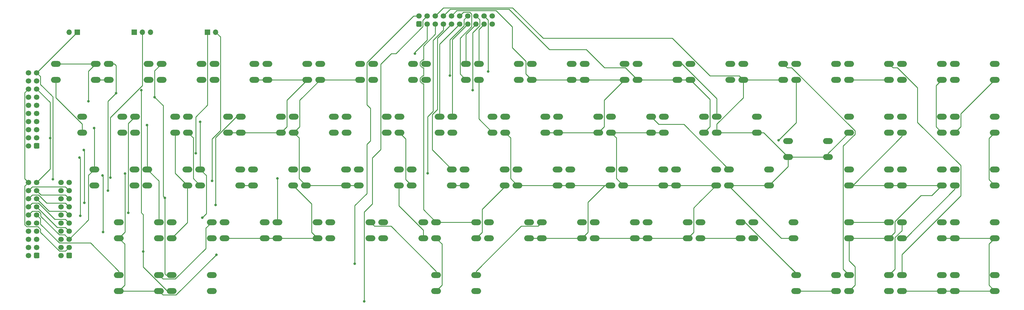
<source format=gbl>
G04 #@! TF.GenerationSoftware,KiCad,Pcbnew,(5.1.12)-1*
G04 #@! TF.CreationDate,2024-09-28T15:58:51+01:00*
G04 #@! TF.ProjectId,Keyboard,4b657962-6f61-4726-942e-6b696361645f,rev?*
G04 #@! TF.SameCoordinates,Original*
G04 #@! TF.FileFunction,Copper,L2,Bot*
G04 #@! TF.FilePolarity,Positive*
%FSLAX46Y46*%
G04 Gerber Fmt 4.6, Leading zero omitted, Abs format (unit mm)*
G04 Created by KiCad (PCBNEW (5.1.12)-1) date 2024-09-28 15:58:51*
%MOMM*%
%LPD*%
G01*
G04 APERTURE LIST*
G04 #@! TA.AperFunction,ComponentPad*
%ADD10O,3.048000X1.850000*%
G04 #@! TD*
G04 #@! TA.AperFunction,ComponentPad*
%ADD11C,1.700000*%
G04 #@! TD*
G04 #@! TA.AperFunction,ComponentPad*
%ADD12O,1.700000X1.700000*%
G04 #@! TD*
G04 #@! TA.AperFunction,ComponentPad*
%ADD13R,1.700000X1.700000*%
G04 #@! TD*
G04 #@! TA.AperFunction,ViaPad*
%ADD14C,0.800000*%
G04 #@! TD*
G04 #@! TA.AperFunction,Conductor*
%ADD15C,0.250000*%
G04 #@! TD*
G04 APERTURE END LIST*
D10*
G04 #@! TO.P,SW59,2*
G04 #@! TO.N,Y8*
X108204000Y-110156000D03*
G04 #@! TO.P,SW59,1*
G04 #@! TO.N,X4*
X108204000Y-105156000D03*
G04 #@! TO.P,SW59,2*
G04 #@! TO.N,Y8*
X120704000Y-110156000D03*
G04 #@! TO.P,SW59,1*
G04 #@! TO.N,X4*
X120704000Y-105156000D03*
G04 #@! TD*
G04 #@! TO.P,SW22,2*
G04 #@! TO.N,Y3*
X268224000Y-143176000D03*
G04 #@! TO.P,SW22,1*
G04 #@! TO.N,X7*
X268224000Y-138176000D03*
G04 #@! TO.P,SW22,2*
G04 #@! TO.N,Y3*
X280724000Y-143176000D03*
G04 #@! TO.P,SW22,1*
G04 #@! TO.N,X7*
X280724000Y-138176000D03*
G04 #@! TD*
G04 #@! TO.P,SW121,2*
G04 #@! TO.N,Y3*
X284734000Y-143176000D03*
G04 #@! TO.P,SW121,1*
G04 #@! TO.N,X6*
X284734000Y-138176000D03*
G04 #@! TO.P,SW121,2*
G04 #@! TO.N,Y3*
X297234000Y-143176000D03*
G04 #@! TO.P,SW121,1*
G04 #@! TO.N,X6*
X297234000Y-138176000D03*
G04 #@! TD*
G04 #@! TO.P,SW79,2*
G04 #@! TO.N,Y10*
X298069000Y-93646000D03*
G04 #@! TO.P,SW79,1*
G04 #@! TO.N,X9*
X298069000Y-88646000D03*
G04 #@! TO.P,SW79,2*
G04 #@! TO.N,Y10*
X310569000Y-93646000D03*
G04 #@! TO.P,SW79,1*
G04 #@! TO.N,X9*
X310569000Y-88646000D03*
G04 #@! TD*
G04 #@! TO.P,SW71,2*
G04 #@! TO.N,Y9*
X103124000Y-143176000D03*
G04 #@! TO.P,SW71,1*
G04 #@! TO.N,X8*
X103124000Y-138176000D03*
G04 #@! TO.P,SW71,2*
G04 #@! TO.N,Y9*
X115624000Y-143176000D03*
G04 #@! TO.P,SW71,1*
G04 #@! TO.N,X8*
X115624000Y-138176000D03*
G04 #@! TD*
G04 #@! TO.P,SW70,2*
G04 #@! TO.N,Y9*
X78994000Y-126666000D03*
G04 #@! TO.P,SW70,1*
G04 #@! TO.N,X7*
X78994000Y-121666000D03*
G04 #@! TO.P,SW70,2*
G04 #@! TO.N,Y9*
X91494000Y-126666000D03*
G04 #@! TO.P,SW70,1*
G04 #@! TO.N,X7*
X91494000Y-121666000D03*
G04 #@! TD*
G04 #@! TO.P,SW69,2*
G04 #@! TO.N,Y9*
X95504000Y-126666000D03*
G04 #@! TO.P,SW69,1*
G04 #@! TO.N,X6*
X95504000Y-121666000D03*
G04 #@! TO.P,SW69,2*
G04 #@! TO.N,Y9*
X108004000Y-126666000D03*
G04 #@! TO.P,SW69,1*
G04 #@! TO.N,X6*
X108004000Y-121666000D03*
G04 #@! TD*
G04 #@! TO.P,SW68,2*
G04 #@! TO.N,Y9*
X75184000Y-110156000D03*
G04 #@! TO.P,SW68,1*
G04 #@! TO.N,X5*
X75184000Y-105156000D03*
G04 #@! TO.P,SW68,2*
G04 #@! TO.N,Y9*
X87684000Y-110156000D03*
G04 #@! TO.P,SW68,1*
G04 #@! TO.N,X5*
X87684000Y-105156000D03*
G04 #@! TD*
G04 #@! TO.P,SW67,2*
G04 #@! TO.N,Y9*
X91694000Y-110156000D03*
G04 #@! TO.P,SW67,1*
G04 #@! TO.N,X4*
X91694000Y-105156000D03*
G04 #@! TO.P,SW67,2*
G04 #@! TO.N,Y9*
X104194000Y-110156000D03*
G04 #@! TO.P,SW67,1*
G04 #@! TO.N,X4*
X104194000Y-105156000D03*
G04 #@! TD*
G04 #@! TO.P,SW66,2*
G04 #@! TO.N,Y9*
X66929000Y-93646000D03*
G04 #@! TO.P,SW66,1*
G04 #@! TO.N,X3*
X66929000Y-88646000D03*
G04 #@! TO.P,SW66,2*
G04 #@! TO.N,Y9*
X79429000Y-93646000D03*
G04 #@! TO.P,SW66,1*
G04 #@! TO.N,X3*
X79429000Y-88646000D03*
G04 #@! TD*
G04 #@! TO.P,SW65,2*
G04 #@! TO.N,Y9*
X99949000Y-93646000D03*
G04 #@! TO.P,SW65,1*
G04 #@! TO.N,X2*
X99949000Y-88646000D03*
G04 #@! TO.P,SW65,2*
G04 #@! TO.N,Y9*
X112449000Y-93646000D03*
G04 #@! TO.P,SW65,1*
G04 #@! TO.N,X2*
X112449000Y-88646000D03*
G04 #@! TD*
G04 #@! TO.P,SW64,2*
G04 #@! TO.N,Y9*
X83439000Y-93646000D03*
G04 #@! TO.P,SW64,1*
G04 #@! TO.N,X1*
X83439000Y-88646000D03*
G04 #@! TO.P,SW64,2*
G04 #@! TO.N,Y9*
X95939000Y-93646000D03*
G04 #@! TO.P,SW64,1*
G04 #@! TO.N,X1*
X95939000Y-88646000D03*
G04 #@! TD*
G04 #@! TO.P,SW63,2*
G04 #@! TO.N,Y8*
X119634000Y-143176000D03*
G04 #@! TO.P,SW63,1*
G04 #@! TO.N,X8*
X119634000Y-138176000D03*
G04 #@! TO.P,SW63,2*
G04 #@! TO.N,Y8*
X132134000Y-143176000D03*
G04 #@! TO.P,SW63,1*
G04 #@! TO.N,X8*
X132134000Y-138176000D03*
G04 #@! TD*
G04 #@! TO.P,SW62,2*
G04 #@! TO.N,Y8*
X136144000Y-143176000D03*
G04 #@! TO.P,SW62,1*
G04 #@! TO.N,X7*
X136144000Y-138176000D03*
G04 #@! TO.P,SW62,2*
G04 #@! TO.N,Y8*
X148644000Y-143176000D03*
G04 #@! TO.P,SW62,1*
G04 #@! TO.N,X7*
X148644000Y-138176000D03*
G04 #@! TD*
G04 #@! TO.P,SW61,2*
G04 #@! TO.N,Y8*
X128524000Y-126666000D03*
G04 #@! TO.P,SW61,1*
G04 #@! TO.N,X6*
X128524000Y-121666000D03*
G04 #@! TO.P,SW61,2*
G04 #@! TO.N,Y8*
X141024000Y-126666000D03*
G04 #@! TO.P,SW61,1*
G04 #@! TO.N,X6*
X141024000Y-121666000D03*
G04 #@! TD*
G04 #@! TO.P,SW60,2*
G04 #@! TO.N,Y8*
X112014000Y-126666000D03*
G04 #@! TO.P,SW60,1*
G04 #@! TO.N,X5*
X112014000Y-121666000D03*
G04 #@! TO.P,SW60,2*
G04 #@! TO.N,Y8*
X124514000Y-126666000D03*
G04 #@! TO.P,SW60,1*
G04 #@! TO.N,X5*
X124514000Y-121666000D03*
G04 #@! TD*
G04 #@! TO.P,SW58,2*
G04 #@! TO.N,Y8*
X124714000Y-110156000D03*
G04 #@! TO.P,SW58,1*
G04 #@! TO.N,X3*
X124714000Y-105156000D03*
G04 #@! TO.P,SW58,2*
G04 #@! TO.N,Y8*
X137214000Y-110156000D03*
G04 #@! TO.P,SW58,1*
G04 #@! TO.N,X3*
X137214000Y-105156000D03*
G04 #@! TD*
G04 #@! TO.P,SW57,2*
G04 #@! TO.N,Y8*
X116459000Y-93646000D03*
G04 #@! TO.P,SW57,1*
G04 #@! TO.N,X2*
X116459000Y-88646000D03*
G04 #@! TO.P,SW57,2*
G04 #@! TO.N,Y8*
X128959000Y-93646000D03*
G04 #@! TO.P,SW57,1*
G04 #@! TO.N,X2*
X128959000Y-88646000D03*
G04 #@! TD*
G04 #@! TO.P,SW56,2*
G04 #@! TO.N,Y8*
X132969000Y-93646000D03*
G04 #@! TO.P,SW56,1*
G04 #@! TO.N,X1*
X132969000Y-88646000D03*
G04 #@! TO.P,SW56,2*
G04 #@! TO.N,Y8*
X145469000Y-93646000D03*
G04 #@! TO.P,SW56,1*
G04 #@! TO.N,X1*
X145469000Y-88646000D03*
G04 #@! TD*
G04 #@! TO.P,SW55,2*
G04 #@! TO.N,Y7*
X152654000Y-143176000D03*
G04 #@! TO.P,SW55,1*
G04 #@! TO.N,X8*
X152654000Y-138176000D03*
G04 #@! TO.P,SW55,2*
G04 #@! TO.N,Y7*
X165154000Y-143176000D03*
G04 #@! TO.P,SW55,1*
G04 #@! TO.N,X8*
X165154000Y-138176000D03*
G04 #@! TD*
G04 #@! TO.P,SW54,2*
G04 #@! TO.N,Y7*
X169164000Y-143176000D03*
G04 #@! TO.P,SW54,1*
G04 #@! TO.N,X7*
X169164000Y-138176000D03*
G04 #@! TO.P,SW54,2*
G04 #@! TO.N,Y7*
X181664000Y-143176000D03*
G04 #@! TO.P,SW54,1*
G04 #@! TO.N,X7*
X181664000Y-138176000D03*
G04 #@! TD*
G04 #@! TO.P,SW53,2*
G04 #@! TO.N,Y7*
X145034000Y-126666000D03*
G04 #@! TO.P,SW53,1*
G04 #@! TO.N,X6*
X145034000Y-121666000D03*
G04 #@! TO.P,SW53,2*
G04 #@! TO.N,Y7*
X157534000Y-126666000D03*
G04 #@! TO.P,SW53,1*
G04 #@! TO.N,X6*
X157534000Y-121666000D03*
G04 #@! TD*
G04 #@! TO.P,SW52,2*
G04 #@! TO.N,Y7*
X161544000Y-126666000D03*
G04 #@! TO.P,SW52,1*
G04 #@! TO.N,X5*
X161544000Y-121666000D03*
G04 #@! TO.P,SW52,2*
G04 #@! TO.N,Y7*
X174044000Y-126666000D03*
G04 #@! TO.P,SW52,1*
G04 #@! TO.N,X5*
X174044000Y-121666000D03*
G04 #@! TD*
G04 #@! TO.P,SW51,2*
G04 #@! TO.N,Y7*
X157734000Y-110156000D03*
G04 #@! TO.P,SW51,1*
G04 #@! TO.N,X4*
X157734000Y-105156000D03*
G04 #@! TO.P,SW51,2*
G04 #@! TO.N,Y7*
X170234000Y-110156000D03*
G04 #@! TO.P,SW51,1*
G04 #@! TO.N,X4*
X170234000Y-105156000D03*
G04 #@! TD*
G04 #@! TO.P,SW50,2*
G04 #@! TO.N,Y7*
X141224000Y-110156000D03*
G04 #@! TO.P,SW50,1*
G04 #@! TO.N,X3*
X141224000Y-105156000D03*
G04 #@! TO.P,SW50,2*
G04 #@! TO.N,Y7*
X153724000Y-110156000D03*
G04 #@! TO.P,SW50,1*
G04 #@! TO.N,X3*
X153724000Y-105156000D03*
G04 #@! TD*
G04 #@! TO.P,SW49,2*
G04 #@! TO.N,Y7*
X149479000Y-93646000D03*
G04 #@! TO.P,SW49,1*
G04 #@! TO.N,X2*
X149479000Y-88646000D03*
G04 #@! TO.P,SW49,2*
G04 #@! TO.N,Y7*
X161979000Y-93646000D03*
G04 #@! TO.P,SW49,1*
G04 #@! TO.N,X2*
X161979000Y-88646000D03*
G04 #@! TD*
G04 #@! TO.P,SW48,2*
G04 #@! TO.N,Y7*
X165989000Y-93646000D03*
G04 #@! TO.P,SW48,1*
G04 #@! TO.N,X1*
X165989000Y-88646000D03*
G04 #@! TO.P,SW48,2*
G04 #@! TO.N,Y7*
X178489000Y-93646000D03*
G04 #@! TO.P,SW48,1*
G04 #@! TO.N,X1*
X178489000Y-88646000D03*
G04 #@! TD*
G04 #@! TO.P,SW47,2*
G04 #@! TO.N,Y6*
X185674000Y-159686000D03*
G04 #@! TO.P,SW47,1*
G04 #@! TO.N,X8*
X185674000Y-154686000D03*
G04 #@! TO.P,SW47,2*
G04 #@! TO.N,Y6*
X198174000Y-159686000D03*
G04 #@! TO.P,SW47,1*
G04 #@! TO.N,X8*
X198174000Y-154686000D03*
G04 #@! TD*
G04 #@! TO.P,SW46,2*
G04 #@! TO.N,Y6*
X185674000Y-143176000D03*
G04 #@! TO.P,SW46,1*
G04 #@! TO.N,X7*
X185674000Y-138176000D03*
G04 #@! TO.P,SW46,2*
G04 #@! TO.N,Y6*
X198174000Y-143176000D03*
G04 #@! TO.P,SW46,1*
G04 #@! TO.N,X7*
X198174000Y-138176000D03*
G04 #@! TD*
G04 #@! TO.P,SW45,2*
G04 #@! TO.N,Y6*
X194564000Y-126666000D03*
G04 #@! TO.P,SW45,1*
G04 #@! TO.N,X6*
X194564000Y-121666000D03*
G04 #@! TO.P,SW45,2*
G04 #@! TO.N,Y6*
X207064000Y-126666000D03*
G04 #@! TO.P,SW45,1*
G04 #@! TO.N,X6*
X207064000Y-121666000D03*
G04 #@! TD*
G04 #@! TO.P,SW44,2*
G04 #@! TO.N,Y6*
X178054000Y-126666000D03*
G04 #@! TO.P,SW44,1*
G04 #@! TO.N,X5*
X178054000Y-121666000D03*
G04 #@! TO.P,SW44,2*
G04 #@! TO.N,Y6*
X190554000Y-126666000D03*
G04 #@! TO.P,SW44,1*
G04 #@! TO.N,X5*
X190554000Y-121666000D03*
G04 #@! TD*
G04 #@! TO.P,SW43,2*
G04 #@! TO.N,Y6*
X174244000Y-110156000D03*
G04 #@! TO.P,SW43,1*
G04 #@! TO.N,X4*
X174244000Y-105156000D03*
G04 #@! TO.P,SW43,2*
G04 #@! TO.N,Y6*
X186744000Y-110156000D03*
G04 #@! TO.P,SW43,1*
G04 #@! TO.N,X4*
X186744000Y-105156000D03*
G04 #@! TD*
G04 #@! TO.P,SW42,2*
G04 #@! TO.N,Y6*
X190754000Y-110156000D03*
G04 #@! TO.P,SW42,1*
G04 #@! TO.N,X3*
X190754000Y-105156000D03*
G04 #@! TO.P,SW42,2*
G04 #@! TO.N,Y6*
X203254000Y-110156000D03*
G04 #@! TO.P,SW42,1*
G04 #@! TO.N,X3*
X203254000Y-105156000D03*
G04 #@! TD*
G04 #@! TO.P,SW41,2*
G04 #@! TO.N,Y6*
X182499000Y-93646000D03*
G04 #@! TO.P,SW41,1*
G04 #@! TO.N,X2*
X182499000Y-88646000D03*
G04 #@! TO.P,SW41,2*
G04 #@! TO.N,Y6*
X194999000Y-93646000D03*
G04 #@! TO.P,SW41,1*
G04 #@! TO.N,X2*
X194999000Y-88646000D03*
G04 #@! TD*
G04 #@! TO.P,SW40,2*
G04 #@! TO.N,Y6*
X199009000Y-93646000D03*
G04 #@! TO.P,SW40,1*
G04 #@! TO.N,X1*
X199009000Y-88646000D03*
G04 #@! TO.P,SW40,2*
G04 #@! TO.N,Y6*
X211509000Y-93646000D03*
G04 #@! TO.P,SW40,1*
G04 #@! TO.N,X1*
X211509000Y-88646000D03*
G04 #@! TD*
G04 #@! TO.P,SW39,2*
G04 #@! TO.N,Y5*
X218694000Y-143176000D03*
G04 #@! TO.P,SW39,1*
G04 #@! TO.N,X8*
X218694000Y-138176000D03*
G04 #@! TO.P,SW39,2*
G04 #@! TO.N,Y5*
X231194000Y-143176000D03*
G04 #@! TO.P,SW39,1*
G04 #@! TO.N,X8*
X231194000Y-138176000D03*
G04 #@! TD*
G04 #@! TO.P,SW38,2*
G04 #@! TO.N,Y5*
X202184000Y-143176000D03*
G04 #@! TO.P,SW38,1*
G04 #@! TO.N,X7*
X202184000Y-138176000D03*
G04 #@! TO.P,SW38,2*
G04 #@! TO.N,Y5*
X214684000Y-143176000D03*
G04 #@! TO.P,SW38,1*
G04 #@! TO.N,X7*
X214684000Y-138176000D03*
G04 #@! TD*
G04 #@! TO.P,SW37,2*
G04 #@! TO.N,Y5*
X211074000Y-126666000D03*
G04 #@! TO.P,SW37,1*
G04 #@! TO.N,X6*
X211074000Y-121666000D03*
G04 #@! TO.P,SW37,2*
G04 #@! TO.N,Y5*
X223574000Y-126666000D03*
G04 #@! TO.P,SW37,1*
G04 #@! TO.N,X6*
X223574000Y-121666000D03*
G04 #@! TD*
G04 #@! TO.P,SW36,2*
G04 #@! TO.N,Y5*
X227584000Y-126666000D03*
G04 #@! TO.P,SW36,1*
G04 #@! TO.N,X5*
X227584000Y-121666000D03*
G04 #@! TO.P,SW36,2*
G04 #@! TO.N,Y5*
X240084000Y-126666000D03*
G04 #@! TO.P,SW36,1*
G04 #@! TO.N,X5*
X240084000Y-121666000D03*
G04 #@! TD*
G04 #@! TO.P,SW35,2*
G04 #@! TO.N,Y5*
X207264000Y-110156000D03*
G04 #@! TO.P,SW35,1*
G04 #@! TO.N,X4*
X207264000Y-105156000D03*
G04 #@! TO.P,SW35,2*
G04 #@! TO.N,Y5*
X219764000Y-110156000D03*
G04 #@! TO.P,SW35,1*
G04 #@! TO.N,X4*
X219764000Y-105156000D03*
G04 #@! TD*
G04 #@! TO.P,SW34,2*
G04 #@! TO.N,Y5*
X223774000Y-110156000D03*
G04 #@! TO.P,SW34,1*
G04 #@! TO.N,X3*
X223774000Y-105156000D03*
G04 #@! TO.P,SW34,2*
G04 #@! TO.N,Y5*
X236274000Y-110156000D03*
G04 #@! TO.P,SW34,1*
G04 #@! TO.N,X3*
X236274000Y-105156000D03*
G04 #@! TD*
G04 #@! TO.P,SW33,2*
G04 #@! TO.N,Y5*
X215519000Y-93646000D03*
G04 #@! TO.P,SW33,1*
G04 #@! TO.N,X2*
X215519000Y-88646000D03*
G04 #@! TO.P,SW33,2*
G04 #@! TO.N,Y5*
X228019000Y-93646000D03*
G04 #@! TO.P,SW33,1*
G04 #@! TO.N,X2*
X228019000Y-88646000D03*
G04 #@! TD*
G04 #@! TO.P,SW32,2*
G04 #@! TO.N,Y5*
X232029000Y-93646000D03*
G04 #@! TO.P,SW32,1*
G04 #@! TO.N,X1*
X232029000Y-88646000D03*
G04 #@! TO.P,SW32,2*
G04 #@! TO.N,Y5*
X244529000Y-93646000D03*
G04 #@! TO.P,SW32,1*
G04 #@! TO.N,X1*
X244529000Y-88646000D03*
G04 #@! TD*
G04 #@! TO.P,SW31,2*
G04 #@! TO.N,Y4*
X235204000Y-143176000D03*
G04 #@! TO.P,SW31,1*
G04 #@! TO.N,X8*
X235204000Y-138176000D03*
G04 #@! TO.P,SW31,2*
G04 #@! TO.N,Y4*
X247704000Y-143176000D03*
G04 #@! TO.P,SW31,1*
G04 #@! TO.N,X8*
X247704000Y-138176000D03*
G04 #@! TD*
G04 #@! TO.P,SW30,2*
G04 #@! TO.N,Y4*
X251714000Y-143176000D03*
G04 #@! TO.P,SW30,1*
G04 #@! TO.N,X7*
X251714000Y-138176000D03*
G04 #@! TO.P,SW30,2*
G04 #@! TO.N,Y4*
X264214000Y-143176000D03*
G04 #@! TO.P,SW30,1*
G04 #@! TO.N,X7*
X264214000Y-138176000D03*
G04 #@! TD*
G04 #@! TO.P,SW29,2*
G04 #@! TO.N,Y4*
X244094000Y-126666000D03*
G04 #@! TO.P,SW29,1*
G04 #@! TO.N,X6*
X244094000Y-121666000D03*
G04 #@! TO.P,SW29,2*
G04 #@! TO.N,Y4*
X256594000Y-126666000D03*
G04 #@! TO.P,SW29,1*
G04 #@! TO.N,X6*
X256594000Y-121666000D03*
G04 #@! TD*
G04 #@! TO.P,SW28,2*
G04 #@! TO.N,Y4*
X260604000Y-126666000D03*
G04 #@! TO.P,SW28,1*
G04 #@! TO.N,X5*
X260604000Y-121666000D03*
G04 #@! TO.P,SW28,2*
G04 #@! TO.N,Y4*
X273104000Y-126666000D03*
G04 #@! TO.P,SW28,1*
G04 #@! TO.N,X5*
X273104000Y-121666000D03*
G04 #@! TD*
G04 #@! TO.P,SW27,2*
G04 #@! TO.N,Y4*
X240284000Y-110156000D03*
G04 #@! TO.P,SW27,1*
G04 #@! TO.N,X4*
X240284000Y-105156000D03*
G04 #@! TO.P,SW27,2*
G04 #@! TO.N,Y4*
X252784000Y-110156000D03*
G04 #@! TO.P,SW27,1*
G04 #@! TO.N,X4*
X252784000Y-105156000D03*
G04 #@! TD*
G04 #@! TO.P,SW26,2*
G04 #@! TO.N,Y4*
X256794000Y-110156000D03*
G04 #@! TO.P,SW26,1*
G04 #@! TO.N,X3*
X256794000Y-105156000D03*
G04 #@! TO.P,SW26,2*
G04 #@! TO.N,Y4*
X269294000Y-110156000D03*
G04 #@! TO.P,SW26,1*
G04 #@! TO.N,X3*
X269294000Y-105156000D03*
G04 #@! TD*
G04 #@! TO.P,SW25,2*
G04 #@! TO.N,Y4*
X248539000Y-93646000D03*
G04 #@! TO.P,SW25,1*
G04 #@! TO.N,X2*
X248539000Y-88646000D03*
G04 #@! TO.P,SW25,2*
G04 #@! TO.N,Y4*
X261039000Y-93646000D03*
G04 #@! TO.P,SW25,1*
G04 #@! TO.N,X2*
X261039000Y-88646000D03*
G04 #@! TD*
G04 #@! TO.P,SW24,2*
G04 #@! TO.N,Y4*
X265049000Y-93646000D03*
G04 #@! TO.P,SW24,1*
G04 #@! TO.N,X1*
X265049000Y-88646000D03*
G04 #@! TO.P,SW24,2*
G04 #@! TO.N,Y4*
X277549000Y-93646000D03*
G04 #@! TO.P,SW24,1*
G04 #@! TO.N,X1*
X277549000Y-88646000D03*
G04 #@! TD*
G04 #@! TO.P,SW23,2*
G04 #@! TO.N,Y3*
X86614000Y-159686000D03*
G04 #@! TO.P,SW23,1*
G04 #@! TO.N,X8*
X86614000Y-154686000D03*
G04 #@! TO.P,SW23,2*
G04 #@! TO.N,Y3*
X99114000Y-159686000D03*
G04 #@! TO.P,SW23,1*
G04 #@! TO.N,X8*
X99114000Y-154686000D03*
G04 #@! TD*
G04 #@! TO.P,SW21,2*
G04 #@! TO.N,Y3*
X86614000Y-143176000D03*
G04 #@! TO.P,SW21,1*
G04 #@! TO.N,X6*
X86614000Y-138176000D03*
G04 #@! TO.P,SW21,2*
G04 #@! TO.N,Y3*
X99114000Y-143176000D03*
G04 #@! TO.P,SW21,1*
G04 #@! TO.N,X6*
X99114000Y-138176000D03*
G04 #@! TD*
G04 #@! TO.P,SW20,2*
G04 #@! TO.N,Y3*
X314579000Y-110156000D03*
G04 #@! TO.P,SW20,1*
G04 #@! TO.N,X5*
X314579000Y-105156000D03*
G04 #@! TO.P,SW20,2*
G04 #@! TO.N,Y3*
X327079000Y-110156000D03*
G04 #@! TO.P,SW20,1*
G04 #@! TO.N,X5*
X327079000Y-105156000D03*
G04 #@! TD*
G04 #@! TO.P,SW19,2*
G04 #@! TO.N,Y3*
X277114000Y-126666000D03*
G04 #@! TO.P,SW19,1*
G04 #@! TO.N,X4*
X277114000Y-121666000D03*
G04 #@! TO.P,SW19,2*
G04 #@! TO.N,Y3*
X289614000Y-126666000D03*
G04 #@! TO.P,SW19,1*
G04 #@! TO.N,X4*
X289614000Y-121666000D03*
G04 #@! TD*
G04 #@! TO.P,SW18,2*
G04 #@! TO.N,Y3*
X295529000Y-117776000D03*
G04 #@! TO.P,SW18,1*
G04 #@! TO.N,X3*
X295529000Y-112776000D03*
G04 #@! TO.P,SW18,2*
G04 #@! TO.N,Y3*
X308029000Y-117776000D03*
G04 #@! TO.P,SW18,1*
G04 #@! TO.N,X3*
X308029000Y-112776000D03*
G04 #@! TD*
G04 #@! TO.P,SW17,2*
G04 #@! TO.N,Y3*
X273304000Y-110156000D03*
G04 #@! TO.P,SW17,1*
G04 #@! TO.N,X2*
X273304000Y-105156000D03*
G04 #@! TO.P,SW17,2*
G04 #@! TO.N,Y3*
X285804000Y-110156000D03*
G04 #@! TO.P,SW17,1*
G04 #@! TO.N,X2*
X285804000Y-105156000D03*
G04 #@! TD*
G04 #@! TO.P,SW16,2*
G04 #@! TO.N,Y3*
X281559000Y-93646000D03*
G04 #@! TO.P,SW16,1*
G04 #@! TO.N,X1*
X281559000Y-88646000D03*
G04 #@! TO.P,SW16,2*
G04 #@! TO.N,Y3*
X294059000Y-93646000D03*
G04 #@! TO.P,SW16,1*
G04 #@! TO.N,X1*
X294059000Y-88646000D03*
G04 #@! TD*
G04 #@! TO.P,SW15,2*
G04 #@! TO.N,Y2*
X314579000Y-143176000D03*
G04 #@! TO.P,SW15,1*
G04 #@! TO.N,X8*
X314579000Y-138176000D03*
G04 #@! TO.P,SW15,2*
G04 #@! TO.N,Y2*
X327079000Y-143176000D03*
G04 #@! TO.P,SW15,1*
G04 #@! TO.N,X8*
X327079000Y-138176000D03*
G04 #@! TD*
G04 #@! TO.P,SW14,2*
G04 #@! TO.N,Y2*
X331089000Y-126666000D03*
G04 #@! TO.P,SW14,1*
G04 #@! TO.N,X7*
X331089000Y-121666000D03*
G04 #@! TO.P,SW14,2*
G04 #@! TO.N,Y2*
X343589000Y-126666000D03*
G04 #@! TO.P,SW14,1*
G04 #@! TO.N,X7*
X343589000Y-121666000D03*
G04 #@! TD*
G04 #@! TO.P,SW13,2*
G04 #@! TO.N,Y2*
X314579000Y-126666000D03*
G04 #@! TO.P,SW13,1*
G04 #@! TO.N,X6*
X314579000Y-121666000D03*
G04 #@! TO.P,SW13,2*
G04 #@! TO.N,Y2*
X327079000Y-126666000D03*
G04 #@! TO.P,SW13,1*
G04 #@! TO.N,X6*
X327079000Y-121666000D03*
G04 #@! TD*
G04 #@! TO.P,SW12,2*
G04 #@! TO.N,Y2*
X331089000Y-110156000D03*
G04 #@! TO.P,SW12,1*
G04 #@! TO.N,X5*
X331089000Y-105156000D03*
G04 #@! TO.P,SW12,2*
G04 #@! TO.N,Y2*
X343589000Y-110156000D03*
G04 #@! TO.P,SW12,1*
G04 #@! TO.N,X5*
X343589000Y-105156000D03*
G04 #@! TD*
G04 #@! TO.P,SW11,2*
G04 #@! TO.N,Y2*
X331089000Y-93646000D03*
G04 #@! TO.P,SW11,1*
G04 #@! TO.N,X4*
X331089000Y-88646000D03*
G04 #@! TO.P,SW11,2*
G04 #@! TO.N,Y2*
X343589000Y-93646000D03*
G04 #@! TO.P,SW11,1*
G04 #@! TO.N,X4*
X343589000Y-88646000D03*
G04 #@! TD*
G04 #@! TO.P,SW10,2*
G04 #@! TO.N,Y2*
X314579000Y-93646000D03*
G04 #@! TO.P,SW10,1*
G04 #@! TO.N,X3*
X314579000Y-88646000D03*
G04 #@! TO.P,SW10,2*
G04 #@! TO.N,Y2*
X327079000Y-93646000D03*
G04 #@! TO.P,SW10,1*
G04 #@! TO.N,X3*
X327079000Y-88646000D03*
G04 #@! TD*
G04 #@! TO.P,SW9,2*
G04 #@! TO.N,Y2*
X103124000Y-159686000D03*
G04 #@! TO.P,SW9,1*
G04 #@! TO.N,X2*
X103124000Y-154686000D03*
G04 #@! TO.P,SW9,2*
G04 #@! TO.N,Y2*
X115624000Y-159686000D03*
G04 #@! TO.P,SW9,1*
G04 #@! TO.N,X2*
X115624000Y-154686000D03*
G04 #@! TD*
G04 #@! TO.P,SW8,2*
G04 #@! TO.N,Y2*
X314579000Y-159686000D03*
G04 #@! TO.P,SW8,1*
G04 #@! TO.N,X1*
X314579000Y-154686000D03*
G04 #@! TO.P,SW8,2*
G04 #@! TO.N,Y2*
X327079000Y-159686000D03*
G04 #@! TO.P,SW8,1*
G04 #@! TO.N,X1*
X327079000Y-154686000D03*
G04 #@! TD*
G04 #@! TO.P,SW7,2*
G04 #@! TO.N,Y1*
X347599000Y-143176000D03*
G04 #@! TO.P,SW7,1*
G04 #@! TO.N,X8*
X347599000Y-138176000D03*
G04 #@! TO.P,SW7,2*
G04 #@! TO.N,Y1*
X360099000Y-143176000D03*
G04 #@! TO.P,SW7,1*
G04 #@! TO.N,X8*
X360099000Y-138176000D03*
G04 #@! TD*
G04 #@! TO.P,SW6,2*
G04 #@! TO.N,Y1*
X298069000Y-159686000D03*
G04 #@! TO.P,SW6,1*
G04 #@! TO.N,X7*
X298069000Y-154686000D03*
G04 #@! TO.P,SW6,2*
G04 #@! TO.N,Y1*
X310569000Y-159686000D03*
G04 #@! TO.P,SW6,1*
G04 #@! TO.N,X7*
X310569000Y-154686000D03*
G04 #@! TD*
G04 #@! TO.P,SW5,2*
G04 #@! TO.N,Y1*
X347599000Y-126666000D03*
G04 #@! TO.P,SW5,1*
G04 #@! TO.N,X6*
X347599000Y-121666000D03*
G04 #@! TO.P,SW5,2*
G04 #@! TO.N,Y1*
X360099000Y-126666000D03*
G04 #@! TO.P,SW5,1*
G04 #@! TO.N,X6*
X360099000Y-121666000D03*
G04 #@! TD*
G04 #@! TO.P,SW4,2*
G04 #@! TO.N,Y1*
X347599000Y-110156000D03*
G04 #@! TO.P,SW4,1*
G04 #@! TO.N,X5*
X347599000Y-105156000D03*
G04 #@! TO.P,SW4,2*
G04 #@! TO.N,Y1*
X360099000Y-110156000D03*
G04 #@! TO.P,SW4,1*
G04 #@! TO.N,X5*
X360099000Y-105156000D03*
G04 #@! TD*
G04 #@! TO.P,SW3,2*
G04 #@! TO.N,Y1*
X347599000Y-93646000D03*
G04 #@! TO.P,SW3,1*
G04 #@! TO.N,X4*
X347599000Y-88646000D03*
G04 #@! TO.P,SW3,2*
G04 #@! TO.N,Y1*
X360099000Y-93646000D03*
G04 #@! TO.P,SW3,1*
G04 #@! TO.N,X4*
X360099000Y-88646000D03*
G04 #@! TD*
G04 #@! TO.P,SW2,2*
G04 #@! TO.N,Y1*
X331089000Y-159686000D03*
G04 #@! TO.P,SW2,1*
G04 #@! TO.N,X3*
X331089000Y-154686000D03*
G04 #@! TO.P,SW2,2*
G04 #@! TO.N,Y1*
X343589000Y-159686000D03*
G04 #@! TO.P,SW2,1*
G04 #@! TO.N,X3*
X343589000Y-154686000D03*
G04 #@! TD*
G04 #@! TO.P,SW1,2*
G04 #@! TO.N,Y1*
X347599000Y-159686000D03*
G04 #@! TO.P,SW1,1*
G04 #@! TO.N,X2*
X347599000Y-154686000D03*
G04 #@! TO.P,SW1,2*
G04 #@! TO.N,Y1*
X360099000Y-159686000D03*
G04 #@! TO.P,SW1,1*
G04 #@! TO.N,X2*
X360099000Y-154686000D03*
G04 #@! TD*
G04 #@! TO.P,SW0,2*
G04 #@! TO.N,Y1*
X331089000Y-143176000D03*
G04 #@! TO.P,SW0,1*
G04 #@! TO.N,X1*
X331089000Y-138176000D03*
G04 #@! TO.P,SW0,2*
G04 #@! TO.N,Y1*
X343589000Y-143176000D03*
G04 #@! TO.P,SW0,1*
G04 #@! TO.N,X1*
X343589000Y-138176000D03*
G04 #@! TD*
D11*
G04 #@! TO.P,J1,20*
G04 #@! TO.N,Net-(J1-Pad20)*
X68580000Y-125730000D03*
G04 #@! TO.P,J1,18*
G04 #@! TO.N,Y9*
X68580000Y-128270000D03*
G04 #@! TO.P,J1,16*
G04 #@! TO.N,Y8*
X68580000Y-130810000D03*
G04 #@! TO.P,J1,14*
G04 #@! TO.N,Y7*
X68580000Y-133350000D03*
G04 #@! TO.P,J1,12*
G04 #@! TO.N,Y6*
X68580000Y-135890000D03*
G04 #@! TO.P,J1,10*
G04 #@! TO.N,Y5*
X68580000Y-138430000D03*
G04 #@! TO.P,J1,8*
G04 #@! TO.N,Y4*
X68580000Y-140970000D03*
G04 #@! TO.P,J1,6*
G04 #@! TO.N,Y3*
X68580000Y-143510000D03*
G04 #@! TO.P,J1,4*
G04 #@! TO.N,Y2*
X68580000Y-146050000D03*
G04 #@! TO.P,J1,2*
G04 #@! TO.N,Y1*
X68580000Y-148590000D03*
G04 #@! TO.P,J1,19*
G04 #@! TO.N,Net-(J1-Pad19)*
X71120000Y-125730000D03*
G04 #@! TO.P,J1,17*
G04 #@! TO.N,X1*
X71120000Y-128270000D03*
G04 #@! TO.P,J1,15*
G04 #@! TO.N,X2*
X71120000Y-130810000D03*
G04 #@! TO.P,J1,13*
G04 #@! TO.N,X3*
X71120000Y-133350000D03*
G04 #@! TO.P,J1,11*
G04 #@! TO.N,X4*
X71120000Y-135890000D03*
G04 #@! TO.P,J1,9*
G04 #@! TO.N,X5*
X71120000Y-138430000D03*
G04 #@! TO.P,J1,7*
G04 #@! TO.N,X6*
X71120000Y-140970000D03*
G04 #@! TO.P,J1,5*
G04 #@! TO.N,X7*
X71120000Y-143510000D03*
G04 #@! TO.P,J1,3*
G04 #@! TO.N,X9*
X71120000Y-146050000D03*
G04 #@! TO.P,J1,1*
G04 #@! TO.N,Net-(J1-Pad1)*
G04 #@! TA.AperFunction,ComponentPad*
G36*
G01*
X71970000Y-147990000D02*
X71970000Y-149190000D01*
G75*
G02*
X71720000Y-149440000I-250000J0D01*
G01*
X70520000Y-149440000D01*
G75*
G02*
X70270000Y-149190000I0J250000D01*
G01*
X70270000Y-147990000D01*
G75*
G02*
X70520000Y-147740000I250000J0D01*
G01*
X71720000Y-147740000D01*
G75*
G02*
X71970000Y-147990000I0J-250000D01*
G01*
G37*
G04 #@! TD.AperFunction*
G04 #@! TD*
G04 #@! TO.P,J4,20*
G04 #@! TO.N,Net-(J4-Pad20)*
X58420000Y-91440000D03*
G04 #@! TO.P,J4,18*
G04 #@! TO.N,Y1*
X58420000Y-93980000D03*
G04 #@! TO.P,J4,16*
G04 #@! TO.N,X9*
X58420000Y-96520000D03*
G04 #@! TO.P,J4,14*
G04 #@! TO.N,X1*
X58420000Y-99060000D03*
G04 #@! TO.P,J4,12*
G04 #@! TO.N,X3*
X58420000Y-101600000D03*
G04 #@! TO.P,J4,10*
G04 #@! TO.N,X5*
X58420000Y-104140000D03*
G04 #@! TO.P,J4,8*
G04 #@! TO.N,X7*
X58420000Y-106680000D03*
G04 #@! TO.P,J4,6*
G04 #@! TO.N,Y8*
X58420000Y-109220000D03*
G04 #@! TO.P,J4,4*
G04 #@! TO.N,Y6*
X58420000Y-111760000D03*
G04 #@! TO.P,J4,2*
G04 #@! TO.N,Y4*
X58420000Y-114300000D03*
G04 #@! TO.P,J4,19*
G04 #@! TO.N,X8*
X60960000Y-91440000D03*
G04 #@! TO.P,J4,17*
G04 #@! TO.N,Y2*
X60960000Y-93980000D03*
G04 #@! TO.P,J4,15*
G04 #@! TO.N,Y10*
X60960000Y-96520000D03*
G04 #@! TO.P,J4,13*
G04 #@! TO.N,X2*
X60960000Y-99060000D03*
G04 #@! TO.P,J4,11*
G04 #@! TO.N,X4*
X60960000Y-101600000D03*
G04 #@! TO.P,J4,9*
G04 #@! TO.N,X6*
X60960000Y-104140000D03*
G04 #@! TO.P,J4,7*
G04 #@! TO.N,Y9*
X60960000Y-106680000D03*
G04 #@! TO.P,J4,5*
G04 #@! TO.N,Y7*
X60960000Y-109220000D03*
G04 #@! TO.P,J4,3*
G04 #@! TO.N,Y5*
X60960000Y-111760000D03*
G04 #@! TO.P,J4,1*
G04 #@! TO.N,Y3*
G04 #@! TA.AperFunction,ComponentPad*
G36*
G01*
X61810000Y-113700000D02*
X61810000Y-114900000D01*
G75*
G02*
X61560000Y-115150000I-250000J0D01*
G01*
X60360000Y-115150000D01*
G75*
G02*
X60110000Y-114900000I0J250000D01*
G01*
X60110000Y-113700000D01*
G75*
G02*
X60360000Y-113450000I250000J0D01*
G01*
X61560000Y-113450000D01*
G75*
G02*
X61810000Y-113700000I0J-250000D01*
G01*
G37*
G04 #@! TD.AperFunction*
G04 #@! TD*
G04 #@! TO.P,J3,20*
G04 #@! TO.N,X9*
X58420000Y-125730000D03*
G04 #@! TO.P,J3,18*
G04 #@! TO.N,X1*
X58420000Y-128270000D03*
G04 #@! TO.P,J3,16*
G04 #@! TO.N,X3*
X58420000Y-130810000D03*
G04 #@! TO.P,J3,14*
G04 #@! TO.N,X5*
X58420000Y-133350000D03*
G04 #@! TO.P,J3,12*
G04 #@! TO.N,X7*
X58420000Y-135890000D03*
G04 #@! TO.P,J3,10*
G04 #@! TO.N,Y9*
X58420000Y-138430000D03*
G04 #@! TO.P,J3,8*
G04 #@! TO.N,Y7*
X58420000Y-140970000D03*
G04 #@! TO.P,J3,6*
G04 #@! TO.N,Y5*
X58420000Y-143510000D03*
G04 #@! TO.P,J3,4*
G04 #@! TO.N,Y3*
X58420000Y-146050000D03*
G04 #@! TO.P,J3,2*
G04 #@! TO.N,Y1*
X58420000Y-148590000D03*
G04 #@! TO.P,J3,19*
G04 #@! TO.N,Y10*
X60960000Y-125730000D03*
G04 #@! TO.P,J3,17*
G04 #@! TO.N,X2*
X60960000Y-128270000D03*
G04 #@! TO.P,J3,15*
G04 #@! TO.N,X4*
X60960000Y-130810000D03*
G04 #@! TO.P,J3,13*
G04 #@! TO.N,X6*
X60960000Y-133350000D03*
G04 #@! TO.P,J3,11*
G04 #@! TO.N,X8*
X60960000Y-135890000D03*
G04 #@! TO.P,J3,9*
G04 #@! TO.N,Y8*
X60960000Y-138430000D03*
G04 #@! TO.P,J3,7*
G04 #@! TO.N,Y6*
X60960000Y-140970000D03*
G04 #@! TO.P,J3,5*
G04 #@! TO.N,Y4*
X60960000Y-143510000D03*
G04 #@! TO.P,J3,3*
G04 #@! TO.N,Y2*
X60960000Y-146050000D03*
G04 #@! TO.P,J3,1*
G04 #@! TO.N,Net-(J3-Pad1)*
G04 #@! TA.AperFunction,ComponentPad*
G36*
G01*
X61810000Y-147990000D02*
X61810000Y-149190000D01*
G75*
G02*
X61560000Y-149440000I-250000J0D01*
G01*
X60360000Y-149440000D01*
G75*
G02*
X60110000Y-149190000I0J250000D01*
G01*
X60110000Y-147990000D01*
G75*
G02*
X60360000Y-147740000I250000J0D01*
G01*
X61560000Y-147740000D01*
G75*
G02*
X61810000Y-147990000I0J-250000D01*
G01*
G37*
G04 #@! TD.AperFunction*
G04 #@! TD*
G04 #@! TO.P,J2,20*
G04 #@! TO.N,Net-(J1-Pad20)*
X203200000Y-73660000D03*
G04 #@! TO.P,J2,18*
G04 #@! TO.N,Y9*
X200660000Y-73660000D03*
G04 #@! TO.P,J2,16*
G04 #@! TO.N,Y8*
X198120000Y-73660000D03*
G04 #@! TO.P,J2,14*
G04 #@! TO.N,Y7*
X195580000Y-73660000D03*
G04 #@! TO.P,J2,12*
G04 #@! TO.N,Y6*
X193040000Y-73660000D03*
G04 #@! TO.P,J2,10*
G04 #@! TO.N,Y5*
X190500000Y-73660000D03*
G04 #@! TO.P,J2,8*
G04 #@! TO.N,Y4*
X187960000Y-73660000D03*
G04 #@! TO.P,J2,6*
G04 #@! TO.N,Y3*
X185420000Y-73660000D03*
G04 #@! TO.P,J2,4*
G04 #@! TO.N,Y2*
X182880000Y-73660000D03*
G04 #@! TO.P,J2,2*
G04 #@! TO.N,Y1*
X180340000Y-73660000D03*
G04 #@! TO.P,J2,19*
G04 #@! TO.N,Net-(J2-Pad19)*
X203200000Y-76200000D03*
G04 #@! TO.P,J2,17*
G04 #@! TO.N,X1*
X200660000Y-76200000D03*
G04 #@! TO.P,J2,15*
G04 #@! TO.N,X2*
X198120000Y-76200000D03*
G04 #@! TO.P,J2,13*
G04 #@! TO.N,X3*
X195580000Y-76200000D03*
G04 #@! TO.P,J2,11*
G04 #@! TO.N,X4*
X193040000Y-76200000D03*
G04 #@! TO.P,J2,9*
G04 #@! TO.N,X5*
X190500000Y-76200000D03*
G04 #@! TO.P,J2,7*
G04 #@! TO.N,X6*
X187960000Y-76200000D03*
G04 #@! TO.P,J2,5*
G04 #@! TO.N,X7*
X185420000Y-76200000D03*
G04 #@! TO.P,J2,3*
G04 #@! TO.N,X9*
X182880000Y-76200000D03*
G04 #@! TO.P,J2,1*
G04 #@! TO.N,Net-(J2-Pad1)*
G04 #@! TA.AperFunction,ComponentPad*
G36*
G01*
X180940000Y-77050000D02*
X179740000Y-77050000D01*
G75*
G02*
X179490000Y-76800000I0J250000D01*
G01*
X179490000Y-75600000D01*
G75*
G02*
X179740000Y-75350000I250000J0D01*
G01*
X180940000Y-75350000D01*
G75*
G02*
X181190000Y-75600000I0J-250000D01*
G01*
X181190000Y-76800000D01*
G75*
G02*
X180940000Y-77050000I-250000J0D01*
G01*
G37*
G04 #@! TD.AperFunction*
G04 #@! TD*
D12*
G04 #@! TO.P,JP2,2*
G04 #@! TO.N,Net-(J1-Pad19)*
X116840000Y-78740000D03*
D13*
G04 #@! TO.P,JP2,1*
G04 #@! TO.N,Y10*
X114300000Y-78740000D03*
G04 #@! TD*
D12*
G04 #@! TO.P,JP1,3*
G04 #@! TO.N,Y10*
X96520000Y-78740000D03*
G04 #@! TO.P,JP1,2*
G04 #@! TO.N,Net-(J1-Pad20)*
X93980000Y-78740000D03*
D13*
G04 #@! TO.P,JP1,1*
G04 #@! TO.N,X8*
X91440000Y-78740000D03*
G04 #@! TD*
D12*
G04 #@! TO.P,JP3,2*
G04 #@! TO.N,X9*
X71120000Y-78740000D03*
D13*
G04 #@! TO.P,JP3,1*
G04 #@! TO.N,X8*
X73660000Y-78740000D03*
G04 #@! TD*
D14*
G04 #@! TO.N,Y10*
X292608000Y-112522000D03*
X110617000Y-116586000D03*
X65151000Y-111887000D03*
G04 #@! TO.N,Y9*
X201930000Y-91059000D03*
G04 #@! TO.N,Y8*
X197104000Y-96900998D03*
G04 #@! TO.N,Y7*
X189992000Y-92329000D03*
X75819000Y-132080000D03*
X75692000Y-115570000D03*
G04 #@! TO.N,Y5*
X74549002Y-136143998D03*
X74295000Y-117983000D03*
G04 #@! TO.N,Y4*
X81661004Y-141224000D03*
X81534000Y-123571000D03*
G04 #@! TO.N,Y3*
X117093998Y-148336000D03*
X88519000Y-122936000D03*
G04 #@! TO.N,Y2*
X93599000Y-96900998D03*
X94234000Y-147320000D03*
X163195000Y-162941000D03*
G04 #@! TO.N,X9*
X179070000Y-85471000D03*
G04 #@! TO.N,X8*
X66040000Y-124714000D03*
G04 #@! TO.N,X7*
X136144000Y-124460000D03*
X78866998Y-108712000D03*
G04 #@! TO.N,X6*
X95377000Y-107823000D03*
X183026992Y-122916010D03*
G04 #@! TO.N,X5*
X112014000Y-106807000D03*
X112648998Y-136779000D03*
G04 #@! TO.N,X4*
X89535000Y-135255000D03*
G04 #@! TO.N,X3*
X77089000Y-100329998D03*
X116776500Y-132778500D03*
G04 #@! TO.N,X2*
X97789996Y-99060000D03*
X100965000Y-130556000D03*
G04 #@! TO.N,X1*
X85725000Y-97790000D03*
X83185000Y-128270002D03*
G04 #@! TO.N,Y1*
X160274000Y-151130000D03*
G04 #@! TO.N,Net-(J1-Pad20)*
X83947000Y-124206000D03*
G04 #@! TO.N,Net-(J1-Pad19)*
X115697000Y-125222000D03*
G04 #@! TD*
D15*
G04 #@! TO.N,Y10*
X298069000Y-107061000D02*
X292608000Y-112522000D01*
X298069000Y-93646000D02*
X298069000Y-107061000D01*
X110617000Y-105253998D02*
X110617000Y-116586000D01*
X114300000Y-101570998D02*
X110617000Y-105253998D01*
X114300000Y-78740000D02*
X114300000Y-101570998D01*
X60960000Y-96520000D02*
X65151000Y-100711000D01*
X65151000Y-100711000D02*
X65151000Y-111887000D01*
X65151000Y-121539000D02*
X60960000Y-125730000D01*
X65151000Y-111887000D02*
X65151000Y-121539000D01*
G04 #@! TO.N,Y9*
X83439000Y-93646000D02*
X79429000Y-93646000D01*
X104194000Y-122856000D02*
X108004000Y-126666000D01*
X104194000Y-110156000D02*
X104194000Y-122856000D01*
X75184000Y-107522781D02*
X75184000Y-110156000D01*
X66929000Y-99267781D02*
X75184000Y-107522781D01*
X66929000Y-93646000D02*
X66929000Y-99267781D01*
X108004000Y-138296000D02*
X103124000Y-143176000D01*
X108004000Y-126666000D02*
X108004000Y-138296000D01*
X200660000Y-73660000D02*
X201930000Y-74930000D01*
X201930000Y-74930000D02*
X201930000Y-91059000D01*
G04 #@! TO.N,Y8*
X128959000Y-93646000D02*
X132969000Y-93646000D01*
X132969000Y-93646000D02*
X145469000Y-93646000D01*
X137214000Y-110156000D02*
X124714000Y-110156000D01*
X124714000Y-110156000D02*
X120704000Y-110156000D01*
X109853010Y-124505010D02*
X112014000Y-126666000D01*
X109853010Y-111805010D02*
X109853010Y-124505010D01*
X108204000Y-110156000D02*
X109853010Y-111805010D01*
X124514000Y-126666000D02*
X128524000Y-126666000D01*
X148644000Y-143176000D02*
X136144000Y-143176000D01*
X136144000Y-143176000D02*
X132134000Y-143176000D01*
X132134000Y-143176000D02*
X119634000Y-143176000D01*
X139063010Y-100051990D02*
X145469000Y-93646000D01*
X139063010Y-108306990D02*
X139063010Y-100051990D01*
X137214000Y-110156000D02*
X139063010Y-108306990D01*
X197104000Y-78955002D02*
X197104000Y-96900998D01*
X199295001Y-74835001D02*
X199295001Y-76764001D01*
X199295001Y-76764001D02*
X197104000Y-78955002D01*
X198120000Y-73660000D02*
X199295001Y-74835001D01*
X146794990Y-132436990D02*
X141024000Y-126666000D01*
X146794990Y-141326990D02*
X146794990Y-132436990D01*
X148644000Y-143176000D02*
X146794990Y-141326990D01*
G04 #@! TO.N,Y7*
X149479000Y-93646000D02*
X161979000Y-93646000D01*
X142873010Y-124505010D02*
X145034000Y-126666000D01*
X142873010Y-111805010D02*
X142873010Y-124505010D01*
X141224000Y-110156000D02*
X142873010Y-111805010D01*
X145034000Y-126666000D02*
X157534000Y-126666000D01*
X157534000Y-126666000D02*
X161544000Y-126666000D01*
X194404999Y-74835001D02*
X195580000Y-73660000D01*
X194404999Y-76738591D02*
X194404999Y-74835001D01*
X189992000Y-81151590D02*
X194404999Y-76738591D01*
X189992000Y-92329000D02*
X189992000Y-81151590D01*
X174044000Y-133066998D02*
X174044000Y-126666000D01*
X181664000Y-140686998D02*
X174044000Y-133066998D01*
X181664000Y-143176000D02*
X181664000Y-140686998D01*
X143073010Y-100051990D02*
X149479000Y-93646000D01*
X143073010Y-108306990D02*
X143073010Y-100051990D01*
X141224000Y-110156000D02*
X143073010Y-108306990D01*
X75819000Y-132080000D02*
X75819000Y-115697000D01*
X75819000Y-115697000D02*
X75692000Y-115570000D01*
G04 #@! TO.N,Y6*
X176204990Y-124816990D02*
X178054000Y-126666000D01*
X176204990Y-112116990D02*
X176204990Y-124816990D01*
X174244000Y-110156000D02*
X176204990Y-112116990D01*
X190554000Y-126666000D02*
X194564000Y-126666000D01*
X200023010Y-141326990D02*
X200023010Y-137970209D01*
X207064000Y-127119219D02*
X207064000Y-126666000D01*
X200023010Y-134160208D02*
X203223109Y-130960109D01*
X200023010Y-141326990D02*
X200023010Y-134160208D01*
X198174000Y-143176000D02*
X200023010Y-141326990D01*
X203223109Y-130960109D02*
X207064000Y-127119219D01*
X187523010Y-157836990D02*
X185674000Y-159686000D01*
X187523010Y-145025010D02*
X187523010Y-157836990D01*
X185674000Y-143176000D02*
X187523010Y-145025010D01*
X199009000Y-105911000D02*
X203254000Y-110156000D01*
X199009000Y-93646000D02*
X199009000Y-105911000D01*
X193149990Y-91796990D02*
X194999000Y-93646000D01*
X196755001Y-77024599D02*
X193149990Y-80629610D01*
X196755001Y-73095999D02*
X196755001Y-77024599D01*
X193149990Y-80629610D02*
X193149990Y-91796990D01*
X194215001Y-72484999D02*
X196144001Y-72484999D01*
X196144001Y-72484999D02*
X196755001Y-73095999D01*
X193040000Y-73660000D02*
X194215001Y-72484999D01*
G04 #@! TO.N,Y5*
X215519000Y-93646000D02*
X228019000Y-93646000D01*
X228019000Y-93646000D02*
X232029000Y-93646000D01*
X232029000Y-93646000D02*
X244529000Y-93646000D01*
X238123010Y-108306990D02*
X236274000Y-110156000D01*
X238123010Y-100051990D02*
X238123010Y-108306990D01*
X244529000Y-93646000D02*
X238123010Y-100051990D01*
X236274000Y-110156000D02*
X223774000Y-110156000D01*
X223774000Y-110156000D02*
X219764000Y-110156000D01*
X208913010Y-124505010D02*
X211074000Y-126666000D01*
X208913010Y-111805010D02*
X208913010Y-124505010D01*
X207264000Y-110156000D02*
X208913010Y-111805010D01*
X211074000Y-126666000D02*
X223574000Y-126666000D01*
X223574000Y-126666000D02*
X227584000Y-126666000D01*
X227584000Y-126666000D02*
X240084000Y-126666000D01*
X231194000Y-143176000D02*
X218694000Y-143176000D01*
X218694000Y-143176000D02*
X214684000Y-143176000D01*
X233043010Y-141326990D02*
X231194000Y-143176000D01*
X233043010Y-131932990D02*
X233043010Y-141326990D01*
X238310000Y-126666000D02*
X233043010Y-131932990D01*
X240084000Y-126666000D02*
X238310000Y-126666000D01*
X74549002Y-136143998D02*
X74549002Y-118237002D01*
X74549002Y-118237002D02*
X74295000Y-117983000D01*
X213669990Y-87812990D02*
X213669990Y-91796990D01*
X209423000Y-83566000D02*
X213669990Y-87812990D01*
X209423000Y-77089000D02*
X209423000Y-83566000D01*
X213669990Y-91796990D02*
X215519000Y-93646000D01*
X204368989Y-72034989D02*
X209423000Y-77089000D01*
X192125011Y-72034989D02*
X204368989Y-72034989D01*
X190500000Y-73660000D02*
X192125011Y-72034989D01*
G04 #@! TO.N,Y4*
X248539000Y-93646000D02*
X261039000Y-93646000D01*
X261039000Y-93646000D02*
X265049000Y-93646000D01*
X256794000Y-110156000D02*
X252784000Y-110156000D01*
X252784000Y-110156000D02*
X240284000Y-110156000D01*
X241933010Y-124505010D02*
X244094000Y-126666000D01*
X241933010Y-111805010D02*
X241933010Y-124505010D01*
X240284000Y-110156000D02*
X241933010Y-111805010D01*
X244094000Y-126666000D02*
X256594000Y-126666000D01*
X256594000Y-126666000D02*
X260604000Y-126666000D01*
X260604000Y-126666000D02*
X273104000Y-126666000D01*
X266063010Y-137516990D02*
X266063010Y-141326990D01*
X264214000Y-143176000D02*
X251714000Y-143176000D01*
X251714000Y-143176000D02*
X247704000Y-143176000D01*
X247704000Y-143176000D02*
X235204000Y-143176000D01*
X266063010Y-133706990D02*
X267957000Y-131813000D01*
X266063010Y-141326990D02*
X266063010Y-133706990D01*
X264214000Y-143176000D02*
X266063010Y-141326990D01*
X273104000Y-126666000D02*
X267957000Y-131813000D01*
X271143010Y-108306990D02*
X269294000Y-110156000D01*
X271143010Y-99740010D02*
X271143010Y-108306990D01*
X265049000Y-93646000D02*
X271143010Y-99740010D01*
X81661004Y-123698004D02*
X81534000Y-123571000D01*
X81661004Y-141224000D02*
X81661004Y-123698004D01*
X190035020Y-71584980D02*
X187960000Y-73660000D01*
X208407000Y-71584980D02*
X190035020Y-71584980D01*
X221023020Y-84201000D02*
X208407000Y-71584980D01*
X232537000Y-84201000D02*
X221023020Y-84201000D01*
X238232010Y-89896010D02*
X232537000Y-84201000D01*
X244789010Y-89896010D02*
X238232010Y-89896010D01*
X248539000Y-93646000D02*
X244789010Y-89896010D01*
G04 #@! TO.N,Y3*
X281559000Y-93646000D02*
X294059000Y-93646000D01*
X273304000Y-110156000D02*
X285804000Y-110156000D01*
X268224000Y-143176000D02*
X280724000Y-143176000D01*
X289614000Y-126666000D02*
X277114000Y-126666000D01*
X295529000Y-117776000D02*
X308029000Y-117776000D01*
X308029000Y-116706000D02*
X314579000Y-110156000D01*
X308029000Y-117776000D02*
X308029000Y-116706000D01*
X86614000Y-159686000D02*
X99114000Y-159686000D01*
X295529000Y-120751000D02*
X289614000Y-126666000D01*
X295529000Y-117776000D02*
X295529000Y-120751000D01*
X277114000Y-126866000D02*
X277114000Y-126666000D01*
X293424000Y-143176000D02*
X277114000Y-126866000D01*
X297234000Y-143176000D02*
X293424000Y-143176000D01*
X287909000Y-110156000D02*
X295529000Y-117776000D01*
X285804000Y-110156000D02*
X287909000Y-110156000D01*
X86614000Y-143176000D02*
X88519000Y-141271000D01*
X99114000Y-159686000D02*
X100364010Y-160936010D01*
X100364010Y-160936010D02*
X104493988Y-160936010D01*
X104493988Y-160936010D02*
X117093998Y-148336000D01*
X281559000Y-99267781D02*
X281559000Y-93646000D01*
X273304000Y-107522781D02*
X281559000Y-99267781D01*
X273304000Y-110156000D02*
X273304000Y-107522781D01*
X88519000Y-141271000D02*
X88519000Y-122936000D01*
X88463010Y-145025010D02*
X86614000Y-143176000D01*
X88463010Y-157836990D02*
X88463010Y-145025010D01*
X86614000Y-159686000D02*
X88463010Y-157836990D01*
X187945030Y-71134970D02*
X185420000Y-73660000D01*
X259414781Y-80645000D02*
X219075000Y-80645000D01*
X209564970Y-71134970D02*
X187945030Y-71134970D01*
X271165771Y-92395990D02*
X259414781Y-80645000D01*
X280308990Y-92395990D02*
X271165771Y-92395990D01*
X219075000Y-80645000D02*
X209564970Y-71134970D01*
X281559000Y-93646000D02*
X280308990Y-92395990D01*
G04 #@! TO.N,Y2*
X314579000Y-93646000D02*
X327079000Y-93646000D01*
X341739990Y-108306990D02*
X343589000Y-110156000D01*
X341739990Y-95495010D02*
X341739990Y-108306990D01*
X343589000Y-93646000D02*
X341739990Y-95495010D01*
X314579000Y-126666000D02*
X327079000Y-126666000D01*
X327079000Y-126666000D02*
X331089000Y-126666000D01*
X331089000Y-126666000D02*
X343589000Y-126666000D01*
X327079000Y-143176000D02*
X314579000Y-143176000D01*
X314579000Y-143176000D02*
X314579000Y-150241000D01*
X316428010Y-157836990D02*
X314579000Y-159686000D01*
X316428010Y-152090010D02*
X316428010Y-157836990D01*
X314579000Y-150241000D02*
X316428010Y-152090010D01*
X315754000Y-126666000D02*
X314579000Y-126666000D01*
X331089000Y-111331000D02*
X315754000Y-126666000D01*
X331089000Y-110156000D02*
X331089000Y-111331000D01*
X328928010Y-137970209D02*
X328928010Y-141326990D01*
X337057218Y-129841001D02*
X328928010Y-137970209D01*
X328928010Y-141326990D02*
X327079000Y-143176000D01*
X340413999Y-129841001D02*
X337057218Y-129841001D01*
X343589000Y-126666000D02*
X340413999Y-129841001D01*
X93599000Y-135171998D02*
X94234000Y-135806998D01*
X94234000Y-152203685D02*
X94234000Y-147320000D01*
X101716315Y-159686000D02*
X94234000Y-152203685D01*
X103124000Y-159686000D02*
X101716315Y-159686000D01*
X93599000Y-96900998D02*
X93599000Y-135171998D01*
X94234000Y-135806998D02*
X94234000Y-147320000D01*
X165735000Y-118075980D02*
X165735000Y-132461000D01*
X165735000Y-132461000D02*
X163195000Y-135001000D01*
X171674999Y-85470999D02*
X168384990Y-88761008D01*
X168384990Y-115425990D02*
X165735000Y-118075980D01*
X168384990Y-88761008D02*
X168384990Y-115425990D01*
X181515010Y-75024990D02*
X181515010Y-77038180D01*
X173082191Y-85470999D02*
X171674999Y-85470999D01*
X181515010Y-77038180D02*
X173082191Y-85470999D01*
X163195000Y-135001000D02*
X163195000Y-162941000D01*
X182880000Y-73660000D02*
X181515010Y-75024990D01*
G04 #@! TO.N,X9*
X57244999Y-124554999D02*
X58420000Y-125730000D01*
X57244999Y-97695001D02*
X57244999Y-124554999D01*
X58420000Y-96520000D02*
X57244999Y-97695001D01*
X179070000Y-85088590D02*
X179070000Y-85471000D01*
X182880000Y-81278590D02*
X179070000Y-85088590D01*
X182880000Y-76200000D02*
X182880000Y-81278590D01*
X57244999Y-126905001D02*
X58420000Y-125730000D01*
X57244999Y-138994001D02*
X57244999Y-126905001D01*
X57855999Y-139605001D02*
X57244999Y-138994001D01*
X62135001Y-140405999D02*
X61334003Y-139605001D01*
X62135001Y-141344003D02*
X62135001Y-140405999D01*
X68015999Y-147225001D02*
X62135001Y-141344003D01*
X61334003Y-139605001D02*
X57855999Y-139605001D01*
X69944999Y-147225001D02*
X68015999Y-147225001D01*
X71120000Y-146050000D02*
X69944999Y-147225001D01*
G04 #@! TO.N,X8*
X327079000Y-138176000D02*
X314579000Y-138176000D01*
X62135001Y-92615001D02*
X60960000Y-91440000D01*
X62135001Y-95110192D02*
X62135001Y-92615001D01*
X100364010Y-155936010D02*
X99114000Y-154686000D01*
X104240771Y-155936010D02*
X100364010Y-155936010D01*
X113774990Y-146401791D02*
X104240771Y-155936010D01*
X113774990Y-140025010D02*
X113774990Y-146401791D01*
X115624000Y-138176000D02*
X113774990Y-140025010D01*
X217443990Y-139426010D02*
X218694000Y-138176000D01*
X212258990Y-139426010D02*
X217443990Y-139426010D01*
X198174000Y-153511000D02*
X212258990Y-139426010D01*
X198174000Y-154686000D02*
X198174000Y-153511000D01*
X166404010Y-139426010D02*
X165154000Y-138176000D01*
X171589010Y-139426010D02*
X166404010Y-139426010D01*
X185674000Y-153511000D02*
X171589010Y-139426010D01*
X185674000Y-154686000D02*
X185674000Y-153511000D01*
X73660000Y-78740000D02*
X60960000Y-91440000D01*
X66040000Y-124714000D02*
X66040000Y-99015192D01*
X66040000Y-99015192D02*
X65490904Y-98466096D01*
X65490904Y-98466096D02*
X62135001Y-95110192D01*
X62135001Y-137065001D02*
X60960000Y-135890000D01*
X62135001Y-138804003D02*
X62135001Y-137065001D01*
X68015999Y-144685001D02*
X62135001Y-138804003D01*
X77788001Y-144685001D02*
X68015999Y-144685001D01*
X86614000Y-153511000D02*
X77788001Y-144685001D01*
X86614000Y-154686000D02*
X86614000Y-153511000D01*
G04 #@! TO.N,X7*
X282100781Y-138176000D02*
X298610781Y-154686000D01*
X298069000Y-154144219D02*
X298069000Y-154686000D01*
X282100781Y-138176000D02*
X298069000Y-154144219D01*
X280724000Y-138176000D02*
X282100781Y-138176000D01*
X198174000Y-138176000D02*
X185674000Y-138176000D01*
X59595001Y-134714999D02*
X58420000Y-135890000D01*
X62230000Y-135420998D02*
X61524001Y-134714999D01*
X68015999Y-142145001D02*
X62230000Y-136359002D01*
X61524001Y-134714999D02*
X59595001Y-134714999D01*
X69755001Y-142145001D02*
X68015999Y-142145001D01*
X62230000Y-136359002D02*
X62230000Y-135420998D01*
X71120000Y-143510000D02*
X69755001Y-142145001D01*
X77144990Y-137485010D02*
X71120000Y-143510000D01*
X77144990Y-123515010D02*
X77144990Y-137485010D01*
X78994000Y-121666000D02*
X77144990Y-123515010D01*
X136144000Y-138176000D02*
X136144000Y-124460000D01*
X78994000Y-121666000D02*
X78994000Y-108839002D01*
X78994000Y-108839002D02*
X78866998Y-108712000D01*
X181737000Y-94896010D02*
X181737000Y-134239000D01*
X181382229Y-94896010D02*
X181737000Y-94896010D01*
X185420000Y-76200000D02*
X185420000Y-79375000D01*
X181382229Y-92395990D02*
X180649990Y-93128229D01*
X181737000Y-83058000D02*
X181737000Y-87395990D01*
X181737000Y-87395990D02*
X181382229Y-87395990D01*
X181382229Y-87395990D02*
X180649990Y-88128229D01*
X181737000Y-92395990D02*
X181382229Y-92395990D01*
X180649990Y-93128229D02*
X180649990Y-94163771D01*
X180649990Y-88128229D02*
X180649990Y-89163771D01*
X180649990Y-89163771D02*
X181382229Y-89896010D01*
X185420000Y-79375000D02*
X181737000Y-83058000D01*
X181382229Y-89896010D02*
X181737000Y-89896010D01*
X181737000Y-89896010D02*
X181737000Y-92395990D01*
X181737000Y-134239000D02*
X185674000Y-138176000D01*
X180649990Y-94163771D02*
X181382229Y-94896010D01*
G04 #@! TO.N,X6*
X67404999Y-139794999D02*
X60960000Y-133350000D01*
X69944999Y-139794999D02*
X67404999Y-139794999D01*
X71120000Y-140970000D02*
X69944999Y-139794999D01*
X99114000Y-125276000D02*
X95504000Y-121666000D01*
X99114000Y-138176000D02*
X99114000Y-125276000D01*
X95504000Y-121666000D02*
X95504000Y-108204000D01*
X95504000Y-108204000D02*
X95377000Y-108077000D01*
X95377000Y-108077000D02*
X95377000Y-107823000D01*
X183026992Y-105233408D02*
X183026992Y-122916010D01*
X184715990Y-103544410D02*
X183026992Y-105233408D01*
X187960000Y-76200000D02*
X187960000Y-78103590D01*
X184715990Y-81347600D02*
X184715990Y-103544410D01*
X187960000Y-78103590D02*
X184715990Y-81347600D01*
G04 #@! TO.N,X5*
X59595001Y-132174999D02*
X58420000Y-133350000D01*
X61524001Y-132174999D02*
X59595001Y-132174999D01*
X66604001Y-137254999D02*
X61524001Y-132174999D01*
X69944999Y-137254999D02*
X66604001Y-137254999D01*
X71120000Y-138430000D02*
X69944999Y-137254999D01*
X190500000Y-76200000D02*
X186055000Y-80645000D01*
X186055000Y-80645000D02*
X186055000Y-102951958D01*
X186055000Y-102951958D02*
X184444979Y-104561979D01*
X184444979Y-115556979D02*
X187161500Y-118273500D01*
X184444979Y-104561979D02*
X184444979Y-115556979D01*
X187161500Y-118273500D02*
X190554000Y-121666000D01*
X112014000Y-121666000D02*
X112014000Y-120491000D01*
X112014000Y-120491000D02*
X112014000Y-106807000D01*
X113938001Y-135489997D02*
X112648998Y-136779000D01*
X113938001Y-123590001D02*
X113938001Y-135489997D01*
X112014000Y-121666000D02*
X113938001Y-123590001D01*
G04 #@! TO.N,X4*
X263017000Y-107569000D02*
X277114000Y-121666000D01*
X255197000Y-107569000D02*
X263017000Y-107569000D01*
X252784000Y-105156000D02*
X255197000Y-107569000D01*
X64864999Y-134714999D02*
X60960000Y-130810000D01*
X69944999Y-134714999D02*
X64864999Y-134714999D01*
X71120000Y-135890000D02*
X69944999Y-134714999D01*
X186744000Y-82496000D02*
X186744000Y-105156000D01*
X193040000Y-76200000D02*
X186744000Y-82496000D01*
X91694000Y-105156000D02*
X89535000Y-107315000D01*
X89535000Y-107315000D02*
X89535000Y-135255000D01*
G04 #@! TO.N,X3*
X79429000Y-88646000D02*
X66929000Y-88646000D01*
X331089000Y-148309219D02*
X331089000Y-154686000D01*
X349448010Y-120467010D02*
X349448010Y-129950209D01*
X335915000Y-106934000D02*
X349448010Y-120467010D01*
X335915000Y-96105219D02*
X335915000Y-106934000D01*
X329705791Y-89896010D02*
X335915000Y-96105219D01*
X328329010Y-89896010D02*
X329705791Y-89896010D01*
X349448010Y-129950209D02*
X331089000Y-148309219D01*
X327079000Y-88646000D02*
X328329010Y-89896010D01*
X61524001Y-129634999D02*
X59595001Y-129634999D01*
X64064001Y-132174999D02*
X61524001Y-129634999D01*
X69944999Y-132174999D02*
X64064001Y-132174999D01*
X59595001Y-129634999D02*
X58420000Y-130810000D01*
X71120000Y-133350000D02*
X69944999Y-132174999D01*
X190754000Y-81026000D02*
X190754000Y-105156000D01*
X195580000Y-76200000D02*
X190754000Y-81026000D01*
X79429000Y-88646000D02*
X77089000Y-90986000D01*
X77089000Y-90986000D02*
X77089000Y-100329998D01*
X124714000Y-105156000D02*
X123337219Y-105156000D01*
X123337219Y-105156000D02*
X116776500Y-111716719D01*
X116776500Y-111716719D02*
X116776500Y-132778500D01*
G04 #@! TO.N,X2*
X273304000Y-99534219D02*
X273304000Y-105156000D01*
X262415781Y-88646000D02*
X273304000Y-99534219D01*
X261039000Y-88646000D02*
X262415781Y-88646000D01*
X62324999Y-129634999D02*
X60960000Y-128270000D01*
X69944999Y-129634999D02*
X62324999Y-129634999D01*
X71120000Y-130810000D02*
X69944999Y-129634999D01*
X194999000Y-79417010D02*
X198120000Y-76296010D01*
X194999000Y-88646000D02*
X194999000Y-79417010D01*
X99949000Y-88646000D02*
X97789996Y-90805004D01*
X97789996Y-90805004D02*
X97789996Y-99060000D01*
X100965000Y-154301000D02*
X100965000Y-130556000D01*
X103124000Y-154686000D02*
X101350000Y-154686000D01*
X101350000Y-154686000D02*
X100965000Y-154301000D01*
X100457000Y-130048000D02*
X100965000Y-130556000D01*
X100457000Y-101727004D02*
X100457000Y-130048000D01*
X97789996Y-99060000D02*
X100457000Y-101727004D01*
G04 #@! TO.N,X1*
X328928010Y-152836990D02*
X327079000Y-154686000D01*
X328928010Y-142970209D02*
X328928010Y-152836990D01*
X331089000Y-140809219D02*
X328928010Y-142970209D01*
X331089000Y-138176000D02*
X331089000Y-140809219D01*
X59595001Y-127094999D02*
X58420000Y-128270000D01*
X69944999Y-127094999D02*
X59595001Y-127094999D01*
X71120000Y-128270000D02*
X69944999Y-127094999D01*
X312729990Y-114371791D02*
X312729990Y-152836990D01*
X312729990Y-152836990D02*
X314579000Y-154686000D01*
X316428010Y-110673771D02*
X312729990Y-114371791D01*
X296685792Y-89896010D02*
X316428010Y-109638229D01*
X295309010Y-89896010D02*
X296685792Y-89896010D01*
X316428010Y-109638229D02*
X316428010Y-110673771D01*
X294059000Y-88646000D02*
X295309010Y-89896010D01*
X199009000Y-77947010D02*
X200660000Y-76296010D01*
X199009000Y-88646000D02*
X199009000Y-77947010D01*
X83439000Y-88646000D02*
X85213000Y-88646000D01*
X85213000Y-88646000D02*
X85725000Y-89158000D01*
X85725000Y-89158000D02*
X85725000Y-97790000D01*
X83185000Y-100330000D02*
X85725000Y-97790000D01*
X83185000Y-128270002D02*
X83185000Y-100330000D01*
G04 #@! TO.N,Y1*
X343589000Y-143176000D02*
X347599000Y-143176000D01*
X347599000Y-143176000D02*
X360099000Y-143176000D01*
X360099000Y-159686000D02*
X347599000Y-159686000D01*
X347599000Y-159686000D02*
X343589000Y-159686000D01*
X343589000Y-159686000D02*
X331089000Y-159686000D01*
X310569000Y-159686000D02*
X298069000Y-159686000D01*
X358249990Y-112005010D02*
X358249990Y-124816990D01*
X358249990Y-124816990D02*
X360099000Y-126666000D01*
X360099000Y-110156000D02*
X358249990Y-112005010D01*
X358249990Y-157836990D02*
X360099000Y-159686000D01*
X358249990Y-145025010D02*
X358249990Y-157836990D01*
X360099000Y-143176000D02*
X358249990Y-145025010D01*
X164020500Y-88247719D02*
X164020500Y-101453498D01*
X160274000Y-132969000D02*
X160274000Y-151130000D01*
X164020500Y-113858502D02*
X164020500Y-129222500D01*
X164020500Y-129222500D02*
X160274000Y-132969000D01*
X164020500Y-101453498D02*
X165159001Y-102591999D01*
X165159001Y-112720001D02*
X164020500Y-113858502D01*
X178608218Y-73660000D02*
X164020500Y-88247719D01*
X180340000Y-73660000D02*
X178608218Y-73660000D01*
X165159001Y-102591999D02*
X165159001Y-112720001D01*
X349448010Y-104296990D02*
X360099000Y-93646000D01*
X349448010Y-108306990D02*
X349448010Y-104296990D01*
X347599000Y-110156000D02*
X349448010Y-108306990D01*
X332264000Y-143176000D02*
X331089000Y-143176000D01*
X347599000Y-127841000D02*
X332264000Y-143176000D01*
X347599000Y-126666000D02*
X347599000Y-127841000D01*
G04 #@! TO.N,Net-(J1-Pad20)*
X93980000Y-78740000D02*
X93980000Y-95446996D01*
X93980000Y-95446996D02*
X83947000Y-105479996D01*
X83947000Y-105479996D02*
X83947000Y-124206000D01*
G04 #@! TO.N,Net-(J1-Pad19)*
X116840000Y-78740000D02*
X118308010Y-80208010D01*
X118308010Y-80208010D02*
X118308010Y-109548799D01*
X118308010Y-109548799D02*
X115697000Y-112159809D01*
X115697000Y-112159809D02*
X115697000Y-125222000D01*
G04 #@! TD*
M02*

</source>
